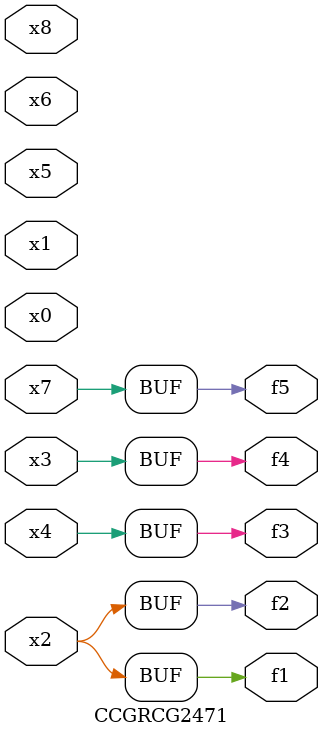
<source format=v>
module CCGRCG2471(
	input x0, x1, x2, x3, x4, x5, x6, x7, x8,
	output f1, f2, f3, f4, f5
);
	assign f1 = x2;
	assign f2 = x2;
	assign f3 = x4;
	assign f4 = x3;
	assign f5 = x7;
endmodule

</source>
